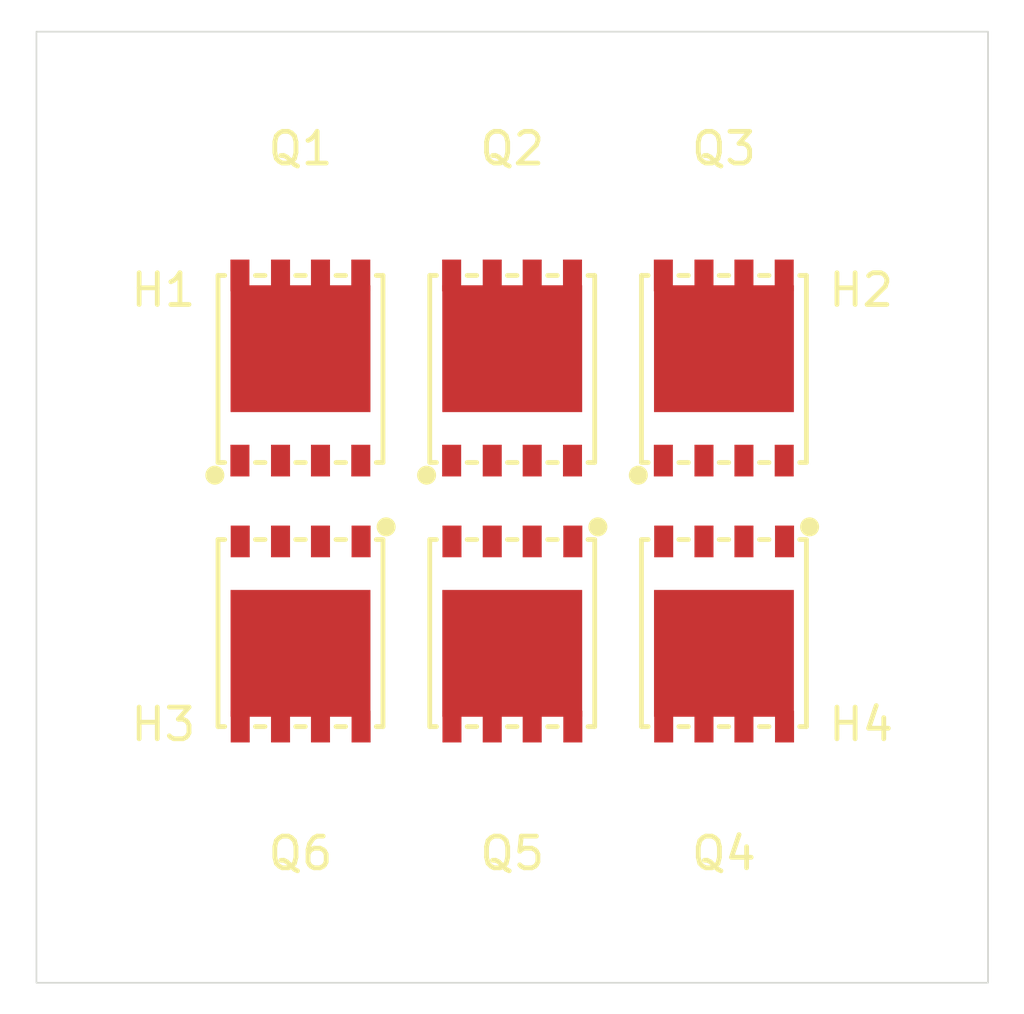
<source format=kicad_pcb>
(kicad_pcb (version 20241229) (generator "pcbnew") (generator_version "9.0")
  (layers (0 "F.Cu" signal) (2 "B.Cu" signal) (13 "F.Paste" user) (15 "B.Paste" user) (5 "F.SilkS" user "F.Silkscreen") (7 "B.SilkS" user "B.Silkscreen") (1 "F.Mask" user) (3 "B.Mask" user) (25 "Edge.Cuts" user))
  (net 0 "")
  (footprint "MountingHole:MountingHole_3.2mm_M3" (layer "F.Cu") (at 116 54 180)
    (property "Reference" "H2" (at 0 -4.15 0) (layer "F.SilkS"))
    (property "Value" "MountingHole")
    (pad "" np_thru_hole circle (at 0 0 180) (size 3.2 3.2) (drill 3.2) (layers "*.Cu" "*.Mask"))
  )
  (footprint "MountingHole:MountingHole_3.2mm_M3" (layer "F.Cu") (at 116 76)
    (property "Reference" "H4" (at 0 -4.15 0) (layer "F.SilkS"))
    (property "Value" "MountingHole")
    (pad "" np_thru_hole circle (at 0 0) (size 3.2 3.2) (drill 3.2) (layers "*.Cu" "*.Mask"))
  )
  (footprint "EasyEDA:DFN-8_L5.9-W5.2-P1.27-LS6.2-BL" (layer "F.Cu") (at 98.325 60.61)
    (property "Reference" "Q1" (at 0 -6.92 0) (layer "F.SilkS"))
    (property "Value" "HYG025N06LS1C2")
    (fp_line (start -2.6 -2.92) (end -2.39 -2.92) (stroke (width 0.15)) (layer "F.SilkS"))
    (fp_line (start -2.6 2.98) (end -2.6 -2.92) (stroke (width 0.15)) (layer "F.SilkS"))
    (fp_line (start -2.39 2.98) (end -2.6 2.98) (stroke (width 0.15)) (layer "F.SilkS"))
    (fp_line (start -1.42 -2.92) (end -1.12 -2.92) (stroke (width 0.15)) (layer "F.SilkS"))
    (fp_line (start -1.12 2.98) (end -1.42 2.98) (stroke (width 0.15)) (layer "F.SilkS"))
    (fp_line (start -0.15 -2.92) (end 0.15 -2.92) (stroke (width 0.15)) (layer "F.SilkS"))
    (fp_line (start 0.15 2.98) (end -0.15 2.98) (stroke (width 0.15)) (layer "F.SilkS"))
    (fp_line (start 1.12 -2.92) (end 1.42 -2.92) (stroke (width 0.15)) (layer "F.SilkS"))
    (fp_line (start 1.42 2.98) (end 1.12 2.98) (stroke (width 0.15)) (layer "F.SilkS"))
    (fp_line (start 2.39 -2.92) (end 2.6 -2.92) (stroke (width 0.15)) (layer "F.SilkS"))
    (fp_line (start 2.6 -2.92) (end 2.6 2.98) (stroke (width 0.15)) (layer "F.SilkS"))
    (fp_line (start 2.6 2.98) (end 2.39 2.98) (stroke (width 0.15)) (layer "F.SilkS"))
    (fp_circle (center -2.7 3.38) (end -2.55 3.38) (stroke (width 0.3)) (fill no) (layer "F.SilkS"))
    (pad "1" smd rect (at -1.91 2.92) (size 0.6 1) (layers "F.Cu" "F.Mask" "F.Paste"))
    (pad "2" smd rect (at -0.63 2.92) (size 0.6 1) (layers "F.Cu" "F.Mask" "F.Paste"))
    (pad "3" smd rect (at 0.63 2.92) (size 0.6 1) (layers "F.Cu" "F.Mask" "F.Paste"))
    (pad "4" smd rect (at 1.9 2.92) (size 0.6 1) (layers "F.Cu" "F.Mask" "F.Paste"))
    (pad "5" smd rect (at 1.9 -2.92) (size 0.6 1) (layers "F.Cu" "F.Mask" "F.Paste"))
    (pad "6" smd rect (at 0.63 -2.92) (size 0.6 1) (layers "F.Cu" "F.Mask" "F.Paste"))
    (pad "7" smd rect (at -0.63 -2.92) (size 0.6 1) (layers "F.Cu" "F.Mask" "F.Paste"))
    (pad "8" smd rect (at -1.91 -2.92) (size 0.6 1) (layers "F.Cu" "F.Mask" "F.Paste"))
    (pad "9" smd rect (at 0 -0.61) (size 4.41 4) (layers "F.Cu" "F.Mask" "F.Paste"))
  )
  (footprint "EasyEDA:DFN-8_L5.9-W5.2-P1.27-LS6.2-BL" (layer "F.Cu") (at 105 69 180)
    (property "Reference" "Q5" (at 0 -6.92 0) (layer "F.SilkS"))
    (property "Value" "HYG025N06LS1C2")
    (fp_line (start 2.6 2.98) (end 2.39 2.98) (stroke (width 0.15)) (layer "F.SilkS"))
    (fp_line (start 2.6 -2.92) (end 2.6 2.98) (stroke (width 0.15)) (layer "F.SilkS"))
    (fp_line (start 2.39 -2.92) (end 2.6 -2.92) (stroke (width 0.15)) (layer "F.SilkS"))
    (fp_line (start 1.42 2.98) (end 1.12 2.98) (stroke (width 0.15)) (layer "F.SilkS"))
    (fp_line (start 1.12 -2.92) (end 1.42 -2.92) (stroke (width 0.15)) (layer "F.SilkS"))
    (fp_line (start 0.15 2.98) (end -0.15 2.98) (stroke (width 0.15)) (layer "F.SilkS"))
    (fp_line (start -0.15 -2.92) (end 0.15 -2.92) (stroke (width 0.15)) (layer "F.SilkS"))
    (fp_line (start -1.12 2.98) (end -1.42 2.98) (stroke (width 0.15)) (layer "F.SilkS"))
    (fp_line (start -1.42 -2.92) (end -1.12 -2.92) (stroke (width 0.15)) (layer "F.SilkS"))
    (fp_line (start -2.39 2.98) (end -2.6 2.98) (stroke (width 0.15)) (layer "F.SilkS"))
    (fp_line (start -2.6 2.98) (end -2.6 -2.92) (stroke (width 0.15)) (layer "F.SilkS"))
    (fp_line (start -2.6 -2.92) (end -2.39 -2.92) (stroke (width 0.15)) (layer "F.SilkS"))
    (fp_circle (center -2.7 3.38) (end -2.55 3.38) (stroke (width 0.3)) (fill no) (layer "F.SilkS"))
    (pad "1" smd rect (at -1.91 2.92 180) (size 0.6 1) (layers "F.Cu" "F.Mask" "F.Paste"))
    (pad "2" smd rect (at -0.63 2.92 180) (size 0.6 1) (layers "F.Cu" "F.Mask" "F.Paste"))
    (pad "3" smd rect (at 0.63 2.92 180) (size 0.6 1) (layers "F.Cu" "F.Mask" "F.Paste"))
    (pad "4" smd rect (at 1.9 2.92 180) (size 0.6 1) (layers "F.Cu" "F.Mask" "F.Paste"))
    (pad "5" smd rect (at 1.9 -2.92 180) (size 0.6 1) (layers "F.Cu" "F.Mask" "F.Paste"))
    (pad "6" smd rect (at 0.63 -2.92 180) (size 0.6 1) (layers "F.Cu" "F.Mask" "F.Paste"))
    (pad "7" smd rect (at -0.63 -2.92 180) (size 0.6 1) (layers "F.Cu" "F.Mask" "F.Paste"))
    (pad "8" smd rect (at -1.91 -2.92 180) (size 0.6 1) (layers "F.Cu" "F.Mask" "F.Paste"))
    (pad "9" smd rect (at 0 -0.61 180) (size 4.41 4) (layers "F.Cu" "F.Mask" "F.Paste"))
  )
  (footprint "MountingHole:MountingHole_3.2mm_M3" (layer "F.Cu") (at 94 54 180)
    (property "Reference" "H1" (at 0 -4.15 0) (layer "F.SilkS"))
    (property "Value" "MountingHole")
    (pad "" np_thru_hole circle (at 0 0 180) (size 3.2 3.2) (drill 3.2) (layers "*.Cu" "*.Mask"))
  )
  (footprint "EasyEDA:DFN-8_L5.9-W5.2-P1.27-LS6.2-BL" (layer "F.Cu") (at 105 60.61)
    (property "Reference" "Q2" (at 0 -6.92 0) (layer "F.SilkS"))
    (property "Value" "HYG025N06LS1C2")
    (fp_line (start -2.6 -2.92) (end -2.39 -2.92) (stroke (width 0.15)) (layer "F.SilkS"))
    (fp_line (start -2.6 2.98) (end -2.6 -2.92) (stroke (width 0.15)) (layer "F.SilkS"))
    (fp_line (start -2.39 2.98) (end -2.6 2.98) (stroke (width 0.15)) (layer "F.SilkS"))
    (fp_line (start -1.42 -2.92) (end -1.12 -2.92) (stroke (width 0.15)) (layer "F.SilkS"))
    (fp_line (start -1.12 2.98) (end -1.42 2.98) (stroke (width 0.15)) (layer "F.SilkS"))
    (fp_line (start -0.15 -2.92) (end 0.15 -2.92) (stroke (width 0.15)) (layer "F.SilkS"))
    (fp_line (start 0.15 2.98) (end -0.15 2.98) (stroke (width 0.15)) (layer "F.SilkS"))
    (fp_line (start 1.12 -2.92) (end 1.42 -2.92) (stroke (width 0.15)) (layer "F.SilkS"))
    (fp_line (start 1.42 2.98) (end 1.12 2.98) (stroke (width 0.15)) (layer "F.SilkS"))
    (fp_line (start 2.39 -2.92) (end 2.6 -2.92) (stroke (width 0.15)) (layer "F.SilkS"))
    (fp_line (start 2.6 -2.92) (end 2.6 2.98) (stroke (width 0.15)) (layer "F.SilkS"))
    (fp_line (start 2.6 2.98) (end 2.39 2.98) (stroke (width 0.15)) (layer "F.SilkS"))
    (fp_circle (center -2.7 3.38) (end -2.55 3.38) (stroke (width 0.3)) (fill no) (layer "F.SilkS"))
    (pad "1" smd rect (at -1.91 2.92) (size 0.6 1) (layers "F.Cu" "F.Mask" "F.Paste"))
    (pad "2" smd rect (at -0.63 2.92) (size 0.6 1) (layers "F.Cu" "F.Mask" "F.Paste"))
    (pad "3" smd rect (at 0.63 2.92) (size 0.6 1) (layers "F.Cu" "F.Mask" "F.Paste"))
    (pad "4" smd rect (at 1.9 2.92) (size 0.6 1) (layers "F.Cu" "F.Mask" "F.Paste"))
    (pad "5" smd rect (at 1.9 -2.92) (size 0.6 1) (layers "F.Cu" "F.Mask" "F.Paste"))
    (pad "6" smd rect (at 0.63 -2.92) (size 0.6 1) (layers "F.Cu" "F.Mask" "F.Paste"))
    (pad "7" smd rect (at -0.63 -2.92) (size 0.6 1) (layers "F.Cu" "F.Mask" "F.Paste"))
    (pad "8" smd rect (at -1.91 -2.92) (size 0.6 1) (layers "F.Cu" "F.Mask" "F.Paste"))
    (pad "9" smd rect (at 0 -0.61) (size 4.41 4) (layers "F.Cu" "F.Mask" "F.Paste"))
  )
  (footprint "MountingHole:MountingHole_3.2mm_M3" (layer "F.Cu") (at 94 76)
    (property "Reference" "H3" (at 0 -4.15 0) (layer "F.SilkS"))
    (property "Value" "MountingHole")
    (pad "" np_thru_hole circle (at 0 0) (size 3.2 3.2) (drill 3.2) (layers "*.Cu" "*.Mask"))
  )
  (footprint "EasyEDA:DFN-8_L5.9-W5.2-P1.27-LS6.2-BL" (layer "F.Cu") (at 111.675 60.61)
    (property "Reference" "Q3" (at 0 -6.92 0) (layer "F.SilkS"))
    (property "Value" "HYG025N06LS1C2")
    (fp_line (start -2.6 -2.92) (end -2.39 -2.92) (stroke (width 0.15)) (layer "F.SilkS"))
    (fp_line (start -2.6 2.98) (end -2.6 -2.92) (stroke (width 0.15)) (layer "F.SilkS"))
    (fp_line (start -2.39 2.98) (end -2.6 2.98) (stroke (width 0.15)) (layer "F.SilkS"))
    (fp_line (start -1.42 -2.92) (end -1.12 -2.92) (stroke (width 0.15)) (layer "F.SilkS"))
    (fp_line (start -1.12 2.98) (end -1.42 2.98) (stroke (width 0.15)) (layer "F.SilkS"))
    (fp_line (start -0.15 -2.92) (end 0.15 -2.92) (stroke (width 0.15)) (layer "F.SilkS"))
    (fp_line (start 0.15 2.98) (end -0.15 2.98) (stroke (width 0.15)) (layer "F.SilkS"))
    (fp_line (start 1.12 -2.92) (end 1.42 -2.92) (stroke (width 0.15)) (layer "F.SilkS"))
    (fp_line (start 1.42 2.98) (end 1.12 2.98) (stroke (width 0.15)) (layer "F.SilkS"))
    (fp_line (start 2.39 -2.92) (end 2.6 -2.92) (stroke (width 0.15)) (layer "F.SilkS"))
    (fp_line (start 2.6 -2.92) (end 2.6 2.98) (stroke (width 0.15)) (layer "F.SilkS"))
    (fp_line (start 2.6 2.98) (end 2.39 2.98) (stroke (width 0.15)) (layer "F.SilkS"))
    (fp_circle (center -2.7 3.38) (end -2.55 3.38) (stroke (width 0.3)) (fill no) (layer "F.SilkS"))
    (pad "1" smd rect (at -1.91 2.92) (size 0.6 1) (layers "F.Cu" "F.Mask" "F.Paste"))
    (pad "2" smd rect (at -0.63 2.92) (size 0.6 1) (layers "F.Cu" "F.Mask" "F.Paste"))
    (pad "3" smd rect (at 0.63 2.92) (size 0.6 1) (layers "F.Cu" "F.Mask" "F.Paste"))
    (pad "4" smd rect (at 1.9 2.92) (size 0.6 1) (layers "F.Cu" "F.Mask" "F.Paste"))
    (pad "5" smd rect (at 1.9 -2.92) (size 0.6 1) (layers "F.Cu" "F.Mask" "F.Paste"))
    (pad "6" smd rect (at 0.63 -2.92) (size 0.6 1) (layers "F.Cu" "F.Mask" "F.Paste"))
    (pad "7" smd rect (at -0.63 -2.92) (size 0.6 1) (layers "F.Cu" "F.Mask" "F.Paste"))
    (pad "8" smd rect (at -1.91 -2.92) (size 0.6 1) (layers "F.Cu" "F.Mask" "F.Paste"))
    (pad "9" smd rect (at 0 -0.61) (size 4.41 4) (layers "F.Cu" "F.Mask" "F.Paste"))
  )
  (footprint "EasyEDA:DFN-8_L5.9-W5.2-P1.27-LS6.2-BL" (layer "F.Cu") (at 98.325 69 180)
    (property "Reference" "Q6" (at 0 -6.92 0) (layer "F.SilkS"))
    (property "Value" "HYG025N06LS1C2")
    (fp_line (start 2.6 2.98) (end 2.39 2.98) (stroke (width 0.15)) (layer "F.SilkS"))
    (fp_line (start 2.6 -2.92) (end 2.6 2.98) (stroke (width 0.15)) (layer "F.SilkS"))
    (fp_line (start 2.39 -2.92) (end 2.6 -2.92) (stroke (width 0.15)) (layer "F.SilkS"))
    (fp_line (start 1.42 2.98) (end 1.12 2.98) (stroke (width 0.15)) (layer "F.SilkS"))
    (fp_line (start 1.12 -2.92) (end 1.42 -2.92) (stroke (width 0.15)) (layer "F.SilkS"))
    (fp_line (start 0.15 2.98) (end -0.15 2.98) (stroke (width 0.15)) (layer "F.SilkS"))
    (fp_line (start -0.15 -2.92) (end 0.15 -2.92) (stroke (width 0.15)) (layer "F.SilkS"))
    (fp_line (start -1.12 2.98) (end -1.42 2.98) (stroke (width 0.15)) (layer "F.SilkS"))
    (fp_line (start -1.42 -2.92) (end -1.12 -2.92) (stroke (width 0.15)) (layer "F.SilkS"))
    (fp_line (start -2.39 2.98) (end -2.6 2.98) (stroke (width 0.15)) (layer "F.SilkS"))
    (fp_line (start -2.6 2.98) (end -2.6 -2.92) (stroke (width 0.15)) (layer "F.SilkS"))
    (fp_line (start -2.6 -2.92) (end -2.39 -2.92) (stroke (width 0.15)) (layer "F.SilkS"))
    (fp_circle (center -2.7 3.38) (end -2.55 3.38) (stroke (width 0.3)) (fill no) (layer "F.SilkS"))
    (pad "1" smd rect (at -1.91 2.92 180) (size 0.6 1) (layers "F.Cu" "F.Mask" "F.Paste"))
    (pad "2" smd rect (at -0.63 2.92 180) (size 0.6 1) (layers "F.Cu" "F.Mask" "F.Paste"))
    (pad "3" smd rect (at 0.63 2.92 180) (size 0.6 1) (layers "F.Cu" "F.Mask" "F.Paste"))
    (pad "4" smd rect (at 1.9 2.92 180) (size 0.6 1) (layers "F.Cu" "F.Mask" "F.Paste"))
    (pad "5" smd rect (at 1.9 -2.92 180) (size 0.6 1) (layers "F.Cu" "F.Mask" "F.Paste"))
    (pad "6" smd rect (at 0.63 -2.92 180) (size 0.6 1) (layers "F.Cu" "F.Mask" "F.Paste"))
    (pad "7" smd rect (at -0.63 -2.92 180) (size 0.6 1) (layers "F.Cu" "F.Mask" "F.Paste"))
    (pad "8" smd rect (at -1.91 -2.92 180) (size 0.6 1) (layers "F.Cu" "F.Mask" "F.Paste"))
    (pad "9" smd rect (at 0 -0.61 180) (size 4.41 4) (layers "F.Cu" "F.Mask" "F.Paste"))
  )
  (footprint "EasyEDA:DFN-8_L5.9-W5.2-P1.27-LS6.2-BL" (layer "F.Cu") (at 111.675 69 180)
    (property "Reference" "Q4" (at 0 -6.92 0) (layer "F.SilkS"))
    (property "Value" "HYG025N06LS1C2")
    (fp_line (start 2.6 2.98) (end 2.39 2.98) (stroke (width 0.15)) (layer "F.SilkS"))
    (fp_line (start 2.6 -2.92) (end 2.6 2.98) (stroke (width 0.15)) (layer "F.SilkS"))
    (fp_line (start 2.39 -2.92) (end 2.6 -2.92) (stroke (width 0.15)) (layer "F.SilkS"))
    (fp_line (start 1.42 2.98) (end 1.12 2.98) (stroke (width 0.15)) (layer "F.SilkS"))
    (fp_line (start 1.12 -2.92) (end 1.42 -2.92) (stroke (width 0.15)) (layer "F.SilkS"))
    (fp_line (start 0.15 2.98) (end -0.15 2.98) (stroke (width 0.15)) (layer "F.SilkS"))
    (fp_line (start -0.15 -2.92) (end 0.15 -2.92) (stroke (width 0.15)) (layer "F.SilkS"))
    (fp_line (start -1.12 2.98) (end -1.42 2.98) (stroke (width 0.15)) (layer "F.SilkS"))
    (fp_line (start -1.42 -2.92) (end -1.12 -2.92) (stroke (width 0.15)) (layer "F.SilkS"))
    (fp_line (start -2.39 2.98) (end -2.6 2.98) (stroke (width 0.15)) (layer "F.SilkS"))
    (fp_line (start -2.6 2.98) (end -2.6 -2.92) (stroke (width 0.15)) (layer "F.SilkS"))
    (fp_line (start -2.6 -2.92) (end -2.39 -2.92) (stroke (width 0.15)) (layer "F.SilkS"))
    (fp_circle (center -2.7 3.38) (end -2.55 3.38) (stroke (width 0.3)) (fill no) (layer "F.SilkS"))
    (pad "1" smd rect (at -1.91 2.92 180) (size 0.6 1) (layers "F.Cu" "F.Mask" "F.Paste"))
    (pad "2" smd rect (at -0.63 2.92 180) (size 0.6 1) (layers "F.Cu" "F.Mask" "F.Paste"))
    (pad "3" smd rect (at 0.63 2.92 180) (size 0.6 1) (layers "F.Cu" "F.Mask" "F.Paste"))
    (pad "4" smd rect (at 1.9 2.92 180) (size 0.6 1) (layers "F.Cu" "F.Mask" "F.Paste"))
    (pad "5" smd rect (at 1.9 -2.92 180) (size 0.6 1) (layers "F.Cu" "F.Mask" "F.Paste"))
    (pad "6" smd rect (at 0.63 -2.92 180) (size 0.6 1) (layers "F.Cu" "F.Mask" "F.Paste"))
    (pad "7" smd rect (at -0.63 -2.92 180) (size 0.6 1) (layers "F.Cu" "F.Mask" "F.Paste"))
    (pad "8" smd rect (at -1.91 -2.92 180) (size 0.6 1) (layers "F.Cu" "F.Mask" "F.Paste"))
    (pad "9" smd rect (at 0 -0.61 180) (size 4.41 4) (layers "F.Cu" "F.Mask" "F.Paste"))
  )
  (gr_rect (start 90 50) (end 120 80) (stroke (width 0.05)) (fill no) (layer "Edge.Cuts"))
)
</source>
